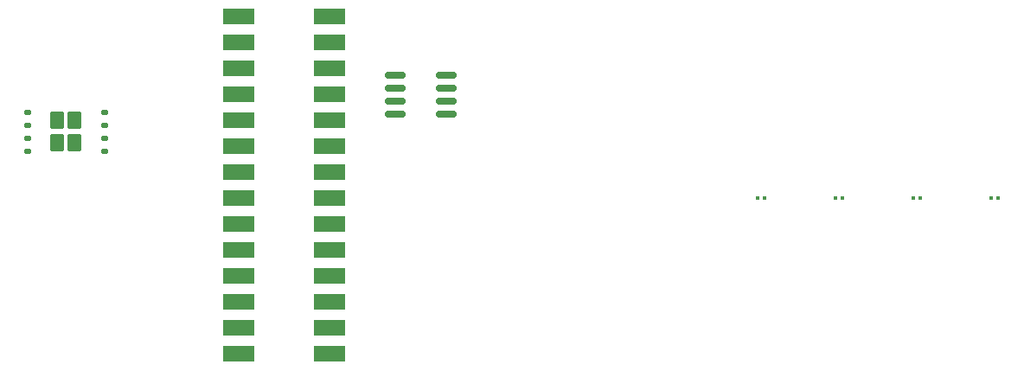
<source format=gbr>
%TF.GenerationSoftware,KiCad,Pcbnew,7.0.1*%
%TF.CreationDate,2023-06-23T23:38:44-03:00*%
%TF.ProjectId,EA075_Projeto_Final,45413037-355f-4507-926f-6a65746f5f46,rev?*%
%TF.SameCoordinates,Original*%
%TF.FileFunction,Paste,Top*%
%TF.FilePolarity,Positive*%
%FSLAX46Y46*%
G04 Gerber Fmt 4.6, Leading zero omitted, Abs format (unit mm)*
G04 Created by KiCad (PCBNEW 7.0.1) date 2023-06-23 23:38:44*
%MOMM*%
%LPD*%
G01*
G04 APERTURE LIST*
G04 Aperture macros list*
%AMRoundRect*
0 Rectangle with rounded corners*
0 $1 Rounding radius*
0 $2 $3 $4 $5 $6 $7 $8 $9 X,Y pos of 4 corners*
0 Add a 4 corners polygon primitive as box body*
4,1,4,$2,$3,$4,$5,$6,$7,$8,$9,$2,$3,0*
0 Add four circle primitives for the rounded corners*
1,1,$1+$1,$2,$3*
1,1,$1+$1,$4,$5*
1,1,$1+$1,$6,$7*
1,1,$1+$1,$8,$9*
0 Add four rect primitives between the rounded corners*
20,1,$1+$1,$2,$3,$4,$5,0*
20,1,$1+$1,$4,$5,$6,$7,0*
20,1,$1+$1,$6,$7,$8,$9,0*
20,1,$1+$1,$8,$9,$2,$3,0*%
G04 Aperture macros list end*
%ADD10RoundRect,0.079500X-0.079500X-0.100500X0.079500X-0.100500X0.079500X0.100500X-0.079500X0.100500X0*%
%ADD11RoundRect,0.079500X0.079500X0.100500X-0.079500X0.100500X-0.079500X-0.100500X0.079500X-0.100500X0*%
%ADD12RoundRect,0.150000X-0.825000X-0.150000X0.825000X-0.150000X0.825000X0.150000X-0.825000X0.150000X0*%
%ADD13R,3.100000X1.600000*%
%ADD14RoundRect,0.250000X0.435000X0.615000X-0.435000X0.615000X-0.435000X-0.615000X0.435000X-0.615000X0*%
%ADD15RoundRect,0.125000X0.200000X0.125000X-0.200000X0.125000X-0.200000X-0.125000X0.200000X-0.125000X0*%
G04 APERTURE END LIST*
D10*
%TO.C,C3*%
X226060000Y-91440000D03*
X226750000Y-91440000D03*
%TD*%
D11*
%TO.C,C2*%
X234370000Y-91440000D03*
X233680000Y-91440000D03*
%TD*%
D10*
%TO.C,C1*%
X241300000Y-91440000D03*
X241990000Y-91440000D03*
%TD*%
D12*
%TO.C,U4*%
X182945000Y-79375000D03*
X182945000Y-80645000D03*
X182945000Y-81915000D03*
X182945000Y-83185000D03*
X187895000Y-83185000D03*
X187895000Y-81915000D03*
X187895000Y-80645000D03*
X187895000Y-79375000D03*
%TD*%
D13*
%TO.C,U2*%
X176530000Y-106680000D03*
X176530000Y-104140000D03*
X176530000Y-101600000D03*
X176530000Y-99060000D03*
X176530000Y-96520000D03*
X176530000Y-93980000D03*
X176530000Y-91440000D03*
X176530000Y-88900000D03*
X176530000Y-86360000D03*
X176530000Y-83820000D03*
X176530000Y-81280000D03*
X176530000Y-78740000D03*
X176530000Y-76200000D03*
X176530000Y-73660000D03*
X167640000Y-73660000D03*
X167640000Y-76200000D03*
X167640000Y-78740000D03*
X167640000Y-81280000D03*
X167640000Y-83820000D03*
X167640000Y-86360000D03*
X167640000Y-88900000D03*
X167640000Y-91440000D03*
X167640000Y-93980000D03*
X167640000Y-96520000D03*
X167640000Y-99060000D03*
X167640000Y-101600000D03*
X167640000Y-104140000D03*
X167640000Y-106680000D03*
%TD*%
D14*
%TO.C,U3*%
X151560000Y-85970000D03*
X151560000Y-83820000D03*
X149860000Y-85970000D03*
X149860000Y-83820000D03*
D15*
X154460000Y-86800000D03*
X154460000Y-85530000D03*
X154460000Y-84260000D03*
X154460000Y-82990000D03*
X146960000Y-82990000D03*
X146960000Y-84260000D03*
X146960000Y-85530000D03*
X146960000Y-86800000D03*
%TD*%
D10*
%TO.C,C4*%
X218440000Y-91440000D03*
X219130000Y-91440000D03*
%TD*%
M02*

</source>
